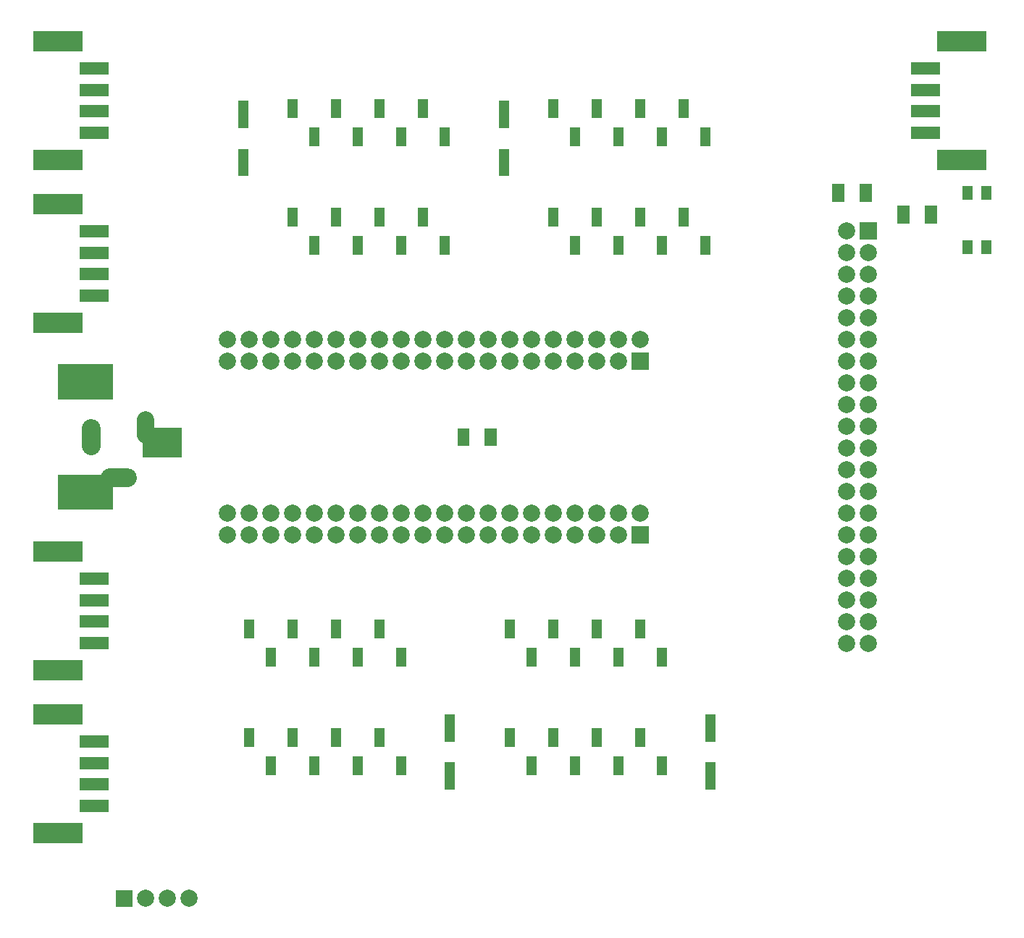
<source format=gts>
G04 Layer: TopSolderMaskLayer*
G04 EasyEDA v6.4.17, 2021-03-06T13:06:27--8:00*
G04 8048d1b9ce964284ad8fe1d85055880a,b5aacd518854429a9b9924e8a25dcfd8,10*
G04 Gerber Generator version 0.2*
G04 Scale: 100 percent, Rotated: No, Reflected: No *
G04 Dimensions in inches *
G04 leading zeros omitted , absolute positions ,3 integer and 6 decimal *
%FSLAX36Y36*%
%MOIN*%

%ADD44C,0.0867*%
%ADD45C,0.0789*%
%ADD47C,0.0789*%

%LPD*%
D44*
X325199Y39960D02*
G01*
X325199Y-38780D01*
X411810Y-188389D02*
G01*
X490549Y-188389D01*
D45*
X573229Y79329D02*
G01*
X573229Y8470D01*
G36*
X2810600Y310599D02*
G01*
X2810600Y389400D01*
X2889399Y389400D01*
X2889399Y310599D01*
G37*
D47*
G01*
X2850000Y450000D03*
G01*
X2750000Y350000D03*
G01*
X2750000Y450000D03*
G01*
X2650000Y350000D03*
G01*
X2650000Y450000D03*
G01*
X2550000Y350000D03*
G01*
X2550000Y450000D03*
G01*
X2450000Y350000D03*
G01*
X2450000Y450000D03*
G01*
X2350000Y350000D03*
G01*
X2350000Y450000D03*
G01*
X2250000Y350000D03*
G01*
X2250000Y450000D03*
G01*
X2150000Y350000D03*
G01*
X2150000Y450000D03*
G01*
X2050000Y350000D03*
G01*
X2050000Y450000D03*
G01*
X1950000Y350000D03*
G01*
X1950000Y450000D03*
G01*
X1850000Y350000D03*
G01*
X1850000Y450000D03*
G01*
X1750000Y350000D03*
G01*
X1750000Y450000D03*
G01*
X1650000Y350000D03*
G01*
X1650000Y450000D03*
G01*
X1550000Y350000D03*
G01*
X1550000Y450000D03*
G01*
X1450000Y350000D03*
G01*
X1450000Y450000D03*
G01*
X1350000Y350000D03*
G01*
X1350000Y450000D03*
G01*
X1250000Y350000D03*
G01*
X1250000Y450000D03*
G01*
X1150000Y350000D03*
G01*
X1150000Y450000D03*
G01*
X1050000Y350000D03*
G01*
X1050000Y450000D03*
G01*
X950000Y350000D03*
G01*
X950000Y450000D03*
G36*
X2810600Y-489400D02*
G01*
X2810600Y-410599D01*
X2889399Y-410599D01*
X2889399Y-489400D01*
G37*
G01*
X2850000Y-350000D03*
G01*
X2750000Y-450000D03*
G01*
X2750000Y-350000D03*
G01*
X2650000Y-450000D03*
G01*
X2650000Y-350000D03*
G01*
X2550000Y-450000D03*
G01*
X2550000Y-350000D03*
G01*
X2450000Y-450000D03*
G01*
X2450000Y-350000D03*
G01*
X2350000Y-450000D03*
G01*
X2350000Y-350000D03*
G01*
X2250000Y-450000D03*
G01*
X2250000Y-350000D03*
G01*
X2150000Y-450000D03*
G01*
X2150000Y-350000D03*
G01*
X2050000Y-450000D03*
G01*
X2050000Y-350000D03*
G01*
X1950000Y-450000D03*
G01*
X1950000Y-350000D03*
G01*
X1850000Y-450000D03*
G01*
X1850000Y-350000D03*
G01*
X1750000Y-450000D03*
G01*
X1750000Y-350000D03*
G01*
X1650000Y-450000D03*
G01*
X1650000Y-350000D03*
G01*
X1550000Y-450000D03*
G01*
X1550000Y-350000D03*
G01*
X1450000Y-450000D03*
G01*
X1450000Y-350000D03*
G01*
X1350000Y-450000D03*
G01*
X1350000Y-350000D03*
G01*
X1250000Y-450000D03*
G01*
X1250000Y-350000D03*
G01*
X1150000Y-450000D03*
G01*
X1150000Y-350000D03*
G01*
X1050000Y-450000D03*
G01*
X1050000Y-350000D03*
G01*
X950000Y-450000D03*
G01*
X950000Y-350000D03*
G36*
X3860600Y910599D02*
G01*
X3860600Y989400D01*
X3939399Y989400D01*
X3939399Y910599D01*
G37*
G01*
X3800000Y950000D03*
G01*
X3900000Y850000D03*
G01*
X3800000Y850000D03*
G01*
X3900000Y750000D03*
G01*
X3800000Y750000D03*
G01*
X3900000Y650000D03*
G01*
X3800000Y650000D03*
G01*
X3900000Y550000D03*
G01*
X3800000Y550000D03*
G01*
X3900000Y450000D03*
G01*
X3800000Y450000D03*
G01*
X3900000Y350000D03*
G01*
X3800000Y350000D03*
G01*
X3900000Y250000D03*
G01*
X3800000Y250000D03*
G01*
X3900000Y150000D03*
G01*
X3800000Y150000D03*
G01*
X3900000Y50000D03*
G01*
X3800000Y50000D03*
G01*
X3900000Y-50000D03*
G01*
X3800000Y-50000D03*
G01*
X3900000Y-150000D03*
G01*
X3800000Y-150000D03*
G01*
X3900000Y-250000D03*
G01*
X3800000Y-250000D03*
G01*
X3900000Y-350000D03*
G01*
X3800000Y-350000D03*
G01*
X3900000Y-450000D03*
G01*
X3800000Y-450000D03*
G01*
X3900000Y-550000D03*
G01*
X3800000Y-550000D03*
G01*
X3900000Y-650000D03*
G01*
X3800000Y-650000D03*
G01*
X3900000Y-750000D03*
G01*
X3800000Y-750000D03*
G01*
X3900000Y-850000D03*
G01*
X3800000Y-850000D03*
G01*
X3900000Y-950000D03*
G01*
X3800000Y-950000D03*
G36*
X4096000Y1374699D02*
G01*
X4096000Y1430000D01*
X4230000Y1430000D01*
X4230000Y1374699D01*
G37*
G36*
X4096000Y1473200D02*
G01*
X4096000Y1528400D01*
X4230000Y1528400D01*
X4230000Y1473200D01*
G37*
G36*
X4096000Y1571599D02*
G01*
X4096000Y1626799D01*
X4230000Y1626799D01*
X4230000Y1571599D01*
G37*
G36*
X4096000Y1670000D02*
G01*
X4096000Y1725300D01*
X4230000Y1725300D01*
X4230000Y1670000D01*
G37*
G36*
X4216099Y1229099D02*
G01*
X4216099Y1323699D01*
X4444499Y1323699D01*
X4444499Y1229099D01*
G37*
G36*
X4216099Y1776300D02*
G01*
X4216099Y1870900D01*
X4444499Y1870900D01*
X4444499Y1776300D01*
G37*
G36*
X559400Y-94000D02*
G01*
X559400Y44000D01*
X740599Y44000D01*
X740599Y-94000D01*
G37*
G36*
X171599Y-334099D02*
G01*
X171599Y-172600D01*
X423699Y-172600D01*
X423699Y-334099D01*
G37*
G36*
X171599Y173800D02*
G01*
X171599Y335300D01*
X423699Y335300D01*
X423699Y173800D01*
G37*
G36*
X270000Y1670000D02*
G01*
X270000Y1725300D01*
X404000Y1725300D01*
X404000Y1670000D01*
G37*
G36*
X270000Y1571599D02*
G01*
X270000Y1626799D01*
X404000Y1626799D01*
X404000Y1571599D01*
G37*
G36*
X270000Y1473200D02*
G01*
X270000Y1528400D01*
X404000Y1528400D01*
X404000Y1473200D01*
G37*
G36*
X270000Y1374699D02*
G01*
X270000Y1430000D01*
X404000Y1430000D01*
X404000Y1374699D01*
G37*
G36*
X55500Y1776300D02*
G01*
X55500Y1870900D01*
X283899Y1870900D01*
X283899Y1776300D01*
G37*
G36*
X55500Y1229099D02*
G01*
X55500Y1323699D01*
X283899Y1323699D01*
X283899Y1229099D01*
G37*
G36*
X270000Y920000D02*
G01*
X270000Y975300D01*
X404000Y975300D01*
X404000Y920000D01*
G37*
G36*
X270000Y821599D02*
G01*
X270000Y876799D01*
X404000Y876799D01*
X404000Y821599D01*
G37*
G36*
X270000Y723200D02*
G01*
X270000Y778400D01*
X404000Y778400D01*
X404000Y723200D01*
G37*
G36*
X270000Y624699D02*
G01*
X270000Y680000D01*
X404000Y680000D01*
X404000Y624699D01*
G37*
G36*
X55500Y1026300D02*
G01*
X55500Y1120900D01*
X283899Y1120900D01*
X283899Y1026300D01*
G37*
G36*
X55500Y479099D02*
G01*
X55500Y573699D01*
X283899Y573699D01*
X283899Y479099D01*
G37*
G36*
X270000Y-680000D02*
G01*
X270000Y-624699D01*
X404000Y-624699D01*
X404000Y-680000D01*
G37*
G36*
X270000Y-778400D02*
G01*
X270000Y-723200D01*
X404000Y-723200D01*
X404000Y-778400D01*
G37*
G36*
X270000Y-876799D02*
G01*
X270000Y-821599D01*
X404000Y-821599D01*
X404000Y-876799D01*
G37*
G36*
X270000Y-975300D02*
G01*
X270000Y-920000D01*
X404000Y-920000D01*
X404000Y-975300D01*
G37*
G36*
X55500Y-573699D02*
G01*
X55500Y-479099D01*
X283899Y-479099D01*
X283899Y-573699D01*
G37*
G36*
X55500Y-1120900D02*
G01*
X55500Y-1026300D01*
X283899Y-1026300D01*
X283899Y-1120900D01*
G37*
G36*
X270000Y-1430000D02*
G01*
X270000Y-1374699D01*
X404000Y-1374699D01*
X404000Y-1430000D01*
G37*
G36*
X270000Y-1528400D02*
G01*
X270000Y-1473200D01*
X404000Y-1473200D01*
X404000Y-1528400D01*
G37*
G36*
X270000Y-1626799D02*
G01*
X270000Y-1571599D01*
X404000Y-1571599D01*
X404000Y-1626799D01*
G37*
G36*
X270000Y-1725300D02*
G01*
X270000Y-1670000D01*
X404000Y-1670000D01*
X404000Y-1725300D01*
G37*
G36*
X55500Y-1323699D02*
G01*
X55500Y-1229099D01*
X283899Y-1229099D01*
X283899Y-1323699D01*
G37*
G36*
X55500Y-1870900D02*
G01*
X55500Y-1776300D01*
X283899Y-1776300D01*
X283899Y-1870900D01*
G37*
G36*
X2201300Y1422199D02*
G01*
X2201300Y1548299D01*
X2248699Y1548299D01*
X2248699Y1422199D01*
G37*
G36*
X2201300Y1201700D02*
G01*
X2201300Y1327800D01*
X2248699Y1327800D01*
X2248699Y1201700D01*
G37*
G36*
X1001300Y1422199D02*
G01*
X1001300Y1548299D01*
X1048699Y1548299D01*
X1048699Y1422199D01*
G37*
G36*
X1001300Y1201700D02*
G01*
X1001300Y1327800D01*
X1048699Y1327800D01*
X1048699Y1201700D01*
G37*
G36*
X1951300Y-1623299D02*
G01*
X1951300Y-1497199D01*
X1998699Y-1497199D01*
X1998699Y-1623299D01*
G37*
G36*
X1951300Y-1402800D02*
G01*
X1951300Y-1276700D01*
X1998699Y-1276700D01*
X1998699Y-1402800D01*
G37*
G36*
X3151300Y-1623299D02*
G01*
X3151300Y-1497199D01*
X3198699Y-1497199D01*
X3198699Y-1623299D01*
G37*
G36*
X3151300Y-1402800D02*
G01*
X3151300Y-1276700D01*
X3198699Y-1276700D01*
X3198699Y-1402800D01*
G37*
G36*
X3734399Y1083600D02*
G01*
X3734399Y1166399D01*
X3789600Y1166399D01*
X3789600Y1083600D01*
G37*
G36*
X3860399Y1083600D02*
G01*
X3860399Y1166399D01*
X3915600Y1166399D01*
X3915600Y1083600D01*
G37*
G36*
X4034399Y983600D02*
G01*
X4034399Y1066399D01*
X4089600Y1066399D01*
X4089600Y983600D01*
G37*
G36*
X4160399Y983600D02*
G01*
X4160399Y1066399D01*
X4215600Y1066399D01*
X4215600Y983600D01*
G37*
G36*
X2135399Y-41399D02*
G01*
X2135399Y41399D01*
X2190600Y41399D01*
X2190600Y-41399D01*
G37*
G36*
X2009399Y-41399D02*
G01*
X2009399Y41399D01*
X2064600Y41399D01*
X2064600Y-41399D01*
G37*
G36*
X2225799Y-1426399D02*
G01*
X2225799Y-1339600D01*
X2273199Y-1339600D01*
X2273199Y-1426399D01*
G37*
G36*
X2325799Y-1556300D02*
G01*
X2325799Y-1469600D01*
X2373199Y-1469600D01*
X2373199Y-1556300D01*
G37*
G36*
X2425799Y-1426399D02*
G01*
X2425799Y-1339600D01*
X2473199Y-1339600D01*
X2473199Y-1426399D01*
G37*
G36*
X2525799Y-1556300D02*
G01*
X2525799Y-1469600D01*
X2573199Y-1469600D01*
X2573199Y-1556300D01*
G37*
G36*
X2625799Y-1426399D02*
G01*
X2625799Y-1339600D01*
X2673199Y-1339600D01*
X2673199Y-1426399D01*
G37*
G36*
X2725799Y-1556300D02*
G01*
X2725799Y-1469600D01*
X2773199Y-1469600D01*
X2773199Y-1556300D01*
G37*
G36*
X2825799Y-1426399D02*
G01*
X2825799Y-1339600D01*
X2873199Y-1339600D01*
X2873199Y-1426399D01*
G37*
G36*
X2925799Y-1556300D02*
G01*
X2925799Y-1469600D01*
X2973199Y-1469600D01*
X2973199Y-1556300D01*
G37*
G36*
X2225799Y-926399D02*
G01*
X2225799Y-839600D01*
X2273199Y-839600D01*
X2273199Y-926399D01*
G37*
G36*
X2325799Y-1056300D02*
G01*
X2325799Y-969600D01*
X2373199Y-969600D01*
X2373199Y-1056300D01*
G37*
G36*
X2425799Y-926399D02*
G01*
X2425799Y-839600D01*
X2473199Y-839600D01*
X2473199Y-926399D01*
G37*
G36*
X2525799Y-1056300D02*
G01*
X2525799Y-969600D01*
X2573199Y-969600D01*
X2573199Y-1056300D01*
G37*
G36*
X2625799Y-926399D02*
G01*
X2625799Y-839600D01*
X2673199Y-839600D01*
X2673199Y-926399D01*
G37*
G36*
X2725799Y-1056300D02*
G01*
X2725799Y-969600D01*
X2773199Y-969600D01*
X2773199Y-1056300D01*
G37*
G36*
X2825799Y-926399D02*
G01*
X2825799Y-839600D01*
X2873199Y-839600D01*
X2873199Y-926399D01*
G37*
G36*
X2925799Y-1056300D02*
G01*
X2925799Y-969600D01*
X2973199Y-969600D01*
X2973199Y-1056300D01*
G37*
G36*
X3126800Y839600D02*
G01*
X3126800Y926399D01*
X3174200Y926399D01*
X3174200Y839600D01*
G37*
G36*
X3026800Y969600D02*
G01*
X3026800Y1056300D01*
X3074200Y1056300D01*
X3074200Y969600D01*
G37*
G36*
X2926800Y839600D02*
G01*
X2926800Y926399D01*
X2974200Y926399D01*
X2974200Y839600D01*
G37*
G36*
X2826800Y969600D02*
G01*
X2826800Y1056300D01*
X2874200Y1056300D01*
X2874200Y969600D01*
G37*
G36*
X2726800Y839600D02*
G01*
X2726800Y926399D01*
X2774200Y926399D01*
X2774200Y839600D01*
G37*
G36*
X2626800Y969600D02*
G01*
X2626800Y1056300D01*
X2674200Y1056300D01*
X2674200Y969600D01*
G37*
G36*
X2526800Y839600D02*
G01*
X2526800Y926399D01*
X2574200Y926399D01*
X2574200Y839600D01*
G37*
G36*
X2426800Y969600D02*
G01*
X2426800Y1056300D01*
X2474200Y1056300D01*
X2474200Y969600D01*
G37*
G36*
X3126800Y1339600D02*
G01*
X3126800Y1426399D01*
X3174200Y1426399D01*
X3174200Y1339600D01*
G37*
G36*
X3026800Y1469600D02*
G01*
X3026800Y1556300D01*
X3074200Y1556300D01*
X3074200Y1469600D01*
G37*
G36*
X2926800Y1339600D02*
G01*
X2926800Y1426399D01*
X2974200Y1426399D01*
X2974200Y1339600D01*
G37*
G36*
X2826800Y1469600D02*
G01*
X2826800Y1556300D01*
X2874200Y1556300D01*
X2874200Y1469600D01*
G37*
G36*
X2726800Y1339600D02*
G01*
X2726800Y1426399D01*
X2774200Y1426399D01*
X2774200Y1339600D01*
G37*
G36*
X2626800Y1469600D02*
G01*
X2626800Y1556300D01*
X2674200Y1556300D01*
X2674200Y1469600D01*
G37*
G36*
X2526800Y1339600D02*
G01*
X2526800Y1426399D01*
X2574200Y1426399D01*
X2574200Y1339600D01*
G37*
G36*
X2426800Y1469600D02*
G01*
X2426800Y1556300D01*
X2474200Y1556300D01*
X2474200Y1469600D01*
G37*
G36*
X1926800Y1339600D02*
G01*
X1926800Y1426399D01*
X1974200Y1426399D01*
X1974200Y1339600D01*
G37*
G36*
X1826800Y1469600D02*
G01*
X1826800Y1556300D01*
X1874200Y1556300D01*
X1874200Y1469600D01*
G37*
G36*
X1726800Y1339600D02*
G01*
X1726800Y1426399D01*
X1774200Y1426399D01*
X1774200Y1339600D01*
G37*
G36*
X1626800Y1469600D02*
G01*
X1626800Y1556300D01*
X1674200Y1556300D01*
X1674200Y1469600D01*
G37*
G36*
X1526800Y1339600D02*
G01*
X1526800Y1426399D01*
X1574200Y1426399D01*
X1574200Y1339600D01*
G37*
G36*
X1426800Y1469600D02*
G01*
X1426800Y1556300D01*
X1474200Y1556300D01*
X1474200Y1469600D01*
G37*
G36*
X1326800Y1339600D02*
G01*
X1326800Y1426399D01*
X1374200Y1426399D01*
X1374200Y1339600D01*
G37*
G36*
X1226800Y1469600D02*
G01*
X1226800Y1556300D01*
X1274200Y1556300D01*
X1274200Y1469600D01*
G37*
G36*
X1025799Y-1426399D02*
G01*
X1025799Y-1339600D01*
X1073199Y-1339600D01*
X1073199Y-1426399D01*
G37*
G36*
X1125799Y-1556300D02*
G01*
X1125799Y-1469600D01*
X1173199Y-1469600D01*
X1173199Y-1556300D01*
G37*
G36*
X1225799Y-1426399D02*
G01*
X1225799Y-1339600D01*
X1273199Y-1339600D01*
X1273199Y-1426399D01*
G37*
G36*
X1325799Y-1556300D02*
G01*
X1325799Y-1469600D01*
X1373199Y-1469600D01*
X1373199Y-1556300D01*
G37*
G36*
X1425799Y-1426399D02*
G01*
X1425799Y-1339600D01*
X1473199Y-1339600D01*
X1473199Y-1426399D01*
G37*
G36*
X1525799Y-1556300D02*
G01*
X1525799Y-1469600D01*
X1573199Y-1469600D01*
X1573199Y-1556300D01*
G37*
G36*
X1625799Y-1426399D02*
G01*
X1625799Y-1339600D01*
X1673199Y-1339600D01*
X1673199Y-1426399D01*
G37*
G36*
X1725799Y-1556300D02*
G01*
X1725799Y-1469600D01*
X1773199Y-1469600D01*
X1773199Y-1556300D01*
G37*
G36*
X1926800Y839600D02*
G01*
X1926800Y926399D01*
X1974200Y926399D01*
X1974200Y839600D01*
G37*
G36*
X1826800Y969600D02*
G01*
X1826800Y1056300D01*
X1874200Y1056300D01*
X1874200Y969600D01*
G37*
G36*
X1726800Y839600D02*
G01*
X1726800Y926399D01*
X1774200Y926399D01*
X1774200Y839600D01*
G37*
G36*
X1626800Y969600D02*
G01*
X1626800Y1056300D01*
X1674200Y1056300D01*
X1674200Y969600D01*
G37*
G36*
X1526800Y839600D02*
G01*
X1526800Y926399D01*
X1574200Y926399D01*
X1574200Y839600D01*
G37*
G36*
X1426800Y969600D02*
G01*
X1426800Y1056300D01*
X1474200Y1056300D01*
X1474200Y969600D01*
G37*
G36*
X1326800Y839600D02*
G01*
X1326800Y926399D01*
X1374200Y926399D01*
X1374200Y839600D01*
G37*
G36*
X1226800Y969600D02*
G01*
X1226800Y1056300D01*
X1274200Y1056300D01*
X1274200Y969600D01*
G37*
G36*
X1025799Y-926399D02*
G01*
X1025799Y-839600D01*
X1073199Y-839600D01*
X1073199Y-926399D01*
G37*
G36*
X1125799Y-1056300D02*
G01*
X1125799Y-969600D01*
X1173199Y-969600D01*
X1173199Y-1056300D01*
G37*
G36*
X1225799Y-926399D02*
G01*
X1225799Y-839600D01*
X1273199Y-839600D01*
X1273199Y-926399D01*
G37*
G36*
X1325799Y-1056300D02*
G01*
X1325799Y-969600D01*
X1373199Y-969600D01*
X1373199Y-1056300D01*
G37*
G36*
X1425799Y-926399D02*
G01*
X1425799Y-839600D01*
X1473199Y-839600D01*
X1473199Y-926399D01*
G37*
G36*
X1525799Y-1056300D02*
G01*
X1525799Y-969600D01*
X1573199Y-969600D01*
X1573199Y-1056300D01*
G37*
G36*
X1625799Y-926399D02*
G01*
X1625799Y-839600D01*
X1673199Y-839600D01*
X1673199Y-926399D01*
G37*
G36*
X1725799Y-1056300D02*
G01*
X1725799Y-969600D01*
X1773199Y-969600D01*
X1773199Y-1056300D01*
G37*
G36*
X435599Y-2164400D02*
G01*
X435599Y-2085599D01*
X514400Y-2085599D01*
X514400Y-2164400D01*
G37*
G01*
X575000Y-2125000D03*
G01*
X675000Y-2125000D03*
G01*
X775000Y-2125000D03*
G36*
X4333000Y1093400D02*
G01*
X4333000Y1156599D01*
X4380400Y1156599D01*
X4380400Y1093400D01*
G37*
G36*
X4419600Y1093400D02*
G01*
X4419600Y1156599D01*
X4466999Y1156599D01*
X4466999Y1093400D01*
G37*
G36*
X4333000Y843400D02*
G01*
X4333000Y906599D01*
X4380400Y906599D01*
X4380400Y843400D01*
G37*
G36*
X4419600Y843400D02*
G01*
X4419600Y906599D01*
X4466999Y906599D01*
X4466999Y843400D01*
G37*
M02*

</source>
